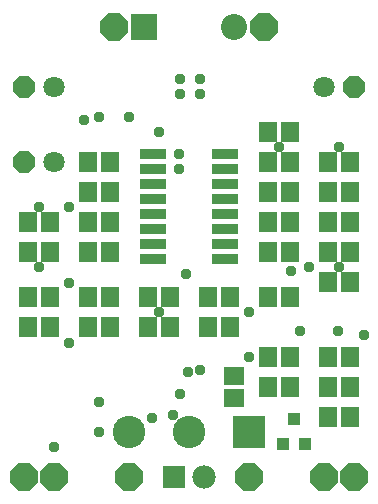
<source format=gbr>
G04 EAGLE Gerber RS-274X export*
G75*
%MOMM*%
%FSLAX34Y34*%
%LPD*%
%INSoldermask Bottom*%
%IPPOS*%
%AMOC8*
5,1,8,0,0,1.08239X$1,22.5*%
G01*
%ADD10P,2.556822X8X22.500000*%
%ADD11R,1.503200X1.703200*%
%ADD12P,1.951982X8X202.500000*%
%ADD13C,1.803400*%
%ADD14P,1.951982X8X22.500000*%
%ADD15C,1.981200*%
%ADD16R,1.981200X1.981200*%
%ADD17C,2.203200*%
%ADD18R,2.203200X2.203200*%
%ADD19R,2.235200X0.863600*%
%ADD20R,2.743200X2.743200*%
%ADD21C,2.743200*%
%ADD22R,1.003200X1.103200*%
%ADD23R,1.703200X1.503200*%
%ADD24C,0.959600*%


D10*
X101600Y406400D03*
D11*
X250800Y317500D03*
X231800Y317500D03*
X250800Y292100D03*
X231800Y292100D03*
X250800Y215900D03*
X231800Y215900D03*
X250800Y241300D03*
X231800Y241300D03*
X79400Y266700D03*
X98400Y266700D03*
X98400Y215900D03*
X79400Y215900D03*
X98400Y241300D03*
X79400Y241300D03*
X47600Y177800D03*
X28600Y177800D03*
X47600Y152400D03*
X28600Y152400D03*
X98400Y177800D03*
X79400Y177800D03*
X181000Y177800D03*
X200000Y177800D03*
X149200Y152400D03*
X130200Y152400D03*
X200000Y152400D03*
X181000Y152400D03*
D12*
X25400Y355600D03*
D13*
X50800Y355600D03*
D12*
X25400Y292100D03*
D13*
X50800Y292100D03*
D14*
X304800Y355600D03*
D13*
X279400Y355600D03*
D15*
X177800Y25400D03*
D16*
X152400Y25400D03*
D17*
X203200Y406400D03*
D18*
X127000Y406400D03*
D10*
X228600Y406400D03*
X50800Y25400D03*
X279400Y25400D03*
X114300Y25400D03*
D19*
X195834Y298450D03*
X195834Y285750D03*
X195834Y273050D03*
X195834Y260350D03*
X195834Y247650D03*
X195834Y234950D03*
X195834Y222250D03*
X195834Y209550D03*
X134366Y209550D03*
X134366Y222250D03*
X134366Y234950D03*
X134366Y247650D03*
X134366Y260350D03*
X134366Y273050D03*
X134366Y285750D03*
X134366Y298450D03*
D10*
X25400Y25400D03*
X215900Y25400D03*
D20*
X215900Y63500D03*
D21*
X165100Y63500D03*
X114300Y63500D03*
D10*
X304800Y25400D03*
D11*
X301600Y292100D03*
X282600Y292100D03*
X79400Y292100D03*
X98400Y292100D03*
X28600Y215900D03*
X47600Y215900D03*
X47600Y241300D03*
X28600Y241300D03*
X79400Y152400D03*
X98400Y152400D03*
X149200Y177800D03*
X130200Y177800D03*
X250800Y177800D03*
X231800Y177800D03*
D22*
X263500Y53500D03*
X244500Y53500D03*
X254000Y74500D03*
D23*
X203200Y92100D03*
X203200Y111100D03*
D11*
X250800Y127000D03*
X231800Y127000D03*
X301600Y190500D03*
X282600Y190500D03*
X250800Y101600D03*
X231800Y101600D03*
X282600Y101600D03*
X301600Y101600D03*
X301600Y76200D03*
X282600Y76200D03*
X301600Y127000D03*
X282600Y127000D03*
X282600Y215900D03*
X301600Y215900D03*
X282600Y241300D03*
X301600Y241300D03*
X301600Y266700D03*
X282600Y266700D03*
X231800Y266700D03*
X250800Y266700D03*
D24*
X173990Y349250D03*
X173990Y361950D03*
X157480Y361950D03*
X157480Y349250D03*
X157480Y95250D03*
X50800Y50800D03*
X292100Y203200D03*
X88900Y330200D03*
X76200Y327660D03*
X38100Y203200D03*
X38100Y254000D03*
X63500Y254000D03*
X156210Y285750D03*
X114300Y330200D03*
X215900Y165100D03*
X215900Y127226D03*
X312823Y145183D03*
X266700Y203200D03*
X173990Y115570D03*
X88900Y63500D03*
X88900Y88900D03*
X63500Y189230D03*
X241300Y304800D03*
X63500Y138430D03*
X133350Y74930D03*
X151130Y77752D03*
X251460Y200050D03*
X292100Y304800D03*
X139700Y317500D03*
X139700Y165100D03*
X162560Y196850D03*
X163830Y114526D03*
X259080Y148590D03*
X290830Y148590D03*
X156210Y298450D03*
M02*

</source>
